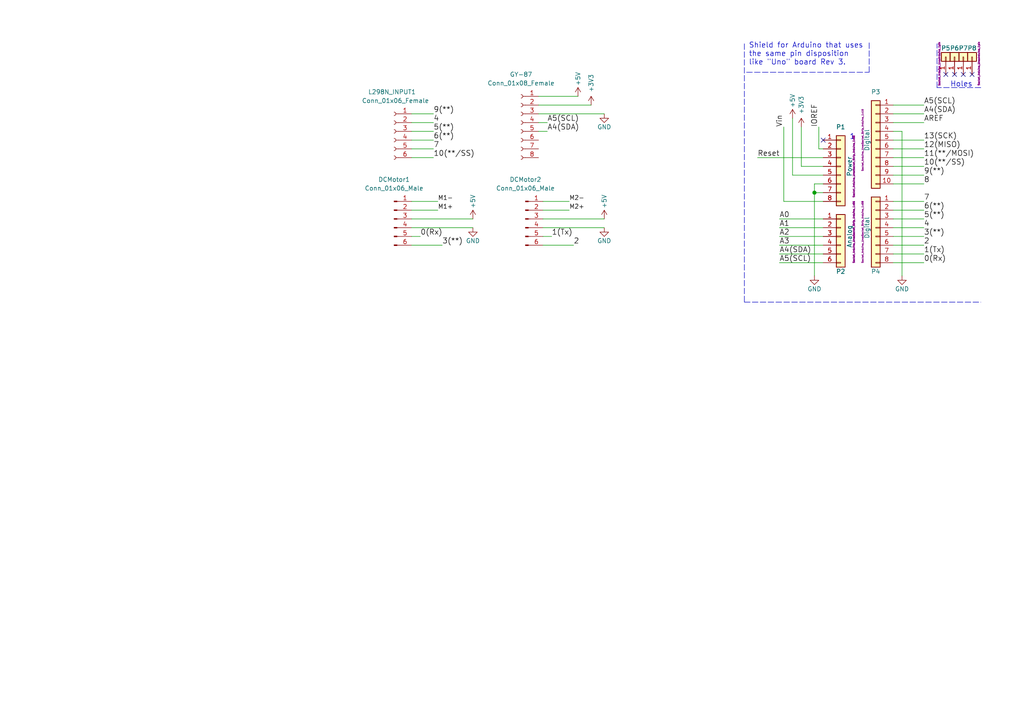
<source format=kicad_sch>
(kicad_sch (version 20211123) (generator eeschema)
  (paper "A4")
  (title_block (date "lun. 30 mars 2015"))
  (lib_symbols
    (symbol "Connector:Conn_01x06_Female" (pin_names (offset 1.016) hide)
      (property "Reference" "J" (at 0 7.62 0))
      (property "Value" "Conn_01x06_Female" (at 0 -10.16 0))
      (symbol "Conn_01x06_Female_1_1"
        (arc (start 0 -7.112) (mid -0.508 -7.62) (end 0 -8.128) (stroke (width 0.1524)))
        (arc (start 0 -4.572) (mid -0.508 -5.08) (end 0 -5.588) (stroke (width 0.1524)))
        (arc (start 0 -2.032) (mid -0.508 -2.54) (end 0 -3.048) (stroke (width 0.1524)))
        (polyline (pts (xy -1.27 -7.62) (xy -0.508 -7.62)) (stroke (width 0.1524)))
        (polyline (pts (xy -1.27 -5.08) (xy -0.508 -5.08)) (stroke (width 0.1524)))
        (polyline (pts (xy -1.27 -2.54) (xy -0.508 -2.54)) (stroke (width 0.1524)))
        (polyline (pts (xy -1.27 0) (xy -0.508 0)) (stroke (width 0.1524)))
        (polyline (pts (xy -1.27 2.54) (xy -0.508 2.54)) (stroke (width 0.1524)))
        (polyline (pts (xy -1.27 5.08) (xy -0.508 5.08)) (stroke (width 0.1524)))
        (arc (start 0 0.508) (mid -0.508 0) (end 0 -0.508) (stroke (width 0.1524)))
        (arc (start 0 3.048) (mid -0.508 2.54) (end 0 2.032) (stroke (width 0.1524)))
        (arc (start 0 5.588) (mid -0.508 5.08) (end 0 4.572) (stroke (width 0.1524)))
        (pin passive line (at -5.08 5.08 0) (length 3.81) (name "Pin_1") (number "1"))
        (pin passive line (at -5.08 2.54 0) (length 3.81) (name "Pin_2") (number "2"))
        (pin passive line (at -5.08 0 0) (length 3.81) (name "Pin_3") (number "3"))
        (pin passive line (at -5.08 -2.54 0) (length 3.81) (name "Pin_4") (number "4"))
        (pin passive line (at -5.08 -5.08 0) (length 3.81) (name "Pin_5") (number "5"))
        (pin passive line (at -5.08 -7.62 0) (length 3.81) (name "Pin_6") (number "6"))
      )
    )
    (symbol "Connector:Conn_01x06_Male" (pin_names (offset 1.016) hide)
      (property "Reference" "J" (at 0 7.62 0))
      (property "Value" "Conn_01x06_Male" (at 0 -10.16 0))
      (symbol "Conn_01x06_Male_1_1"
        (polyline (pts (xy 1.27 -7.62) (xy 0.8636 -7.62)) (stroke (width 0.1524)))
        (polyline (pts (xy 1.27 -5.08) (xy 0.8636 -5.08)) (stroke (width 0.1524)))
        (polyline (pts (xy 1.27 -2.54) (xy 0.8636 -2.54)) (stroke (width 0.1524)))
        (polyline (pts (xy 1.27 0) (xy 0.8636 0)) (stroke (width 0.1524)))
        (polyline (pts (xy 1.27 2.54) (xy 0.8636 2.54)) (stroke (width 0.1524)))
        (polyline (pts (xy 1.27 5.08) (xy 0.8636 5.08)) (stroke (width 0.1524)))
        (rectangle (start 0.8636 -7.493) (end 0 -7.747) (stroke (width 0.1524)) (fill (type outline)))
        (rectangle (start 0.8636 -4.953) (end 0 -5.207) (stroke (width 0.1524)) (fill (type outline)))
        (rectangle (start 0.8636 -2.413) (end 0 -2.667) (stroke (width 0.1524)) (fill (type outline)))
        (rectangle (start 0.8636 0.127) (end 0 -0.127) (stroke (width 0.1524)) (fill (type outline)))
        (rectangle (start 0.8636 2.667) (end 0 2.413) (stroke (width 0.1524)) (fill (type outline)))
        (rectangle (start 0.8636 5.207) (end 0 4.953) (stroke (width 0.1524)) (fill (type outline)))
        (pin passive line (at 5.08 5.08 180) (length 3.81) (name "Pin_1") (number "1"))
        (pin passive line (at 5.08 2.54 180) (length 3.81) (name "Pin_2") (number "2"))
        (pin passive line (at 5.08 0 180) (length 3.81) (name "Pin_3") (number "3"))
        (pin passive line (at 5.08 -2.54 180) (length 3.81) (name "Pin_4") (number "4"))
        (pin passive line (at 5.08 -5.08 180) (length 3.81) (name "Pin_5") (number "5"))
        (pin passive line (at 5.08 -7.62 180) (length 3.81) (name "Pin_6") (number "6"))
      )
    )
    (symbol "Connector:Conn_01x08_Female" (pin_names (offset 1.016) hide)
      (property "Reference" "J" (at 0 10.16 0))
      (property "Value" "Conn_01x08_Female" (at 0 -12.7 0))
      (symbol "Conn_01x08_Female_1_1"
        (arc (start 0 -9.652) (mid -0.508 -10.16) (end 0 -10.668) (stroke (width 0.1524)))
        (arc (start 0 -7.112) (mid -0.508 -7.62) (end 0 -8.128) (stroke (width 0.1524)))
        (arc (start 0 -4.572) (mid -0.508 -5.08) (end 0 -5.588) (stroke (width 0.1524)))
        (arc (start 0 -2.032) (mid -0.508 -2.54) (end 0 -3.048) (stroke (width 0.1524)))
        (polyline (pts (xy -1.27 -10.16) (xy -0.508 -10.16)) (stroke (width 0.1524)))
        (polyline (pts (xy -1.27 -7.62) (xy -0.508 -7.62)) (stroke (width 0.1524)))
        (polyline (pts (xy -1.27 -5.08) (xy -0.508 -5.08)) (stroke (width 0.1524)))
        (polyline (pts (xy -1.27 -2.54) (xy -0.508 -2.54)) (stroke (width 0.1524)))
        (polyline (pts (xy -1.27 0) (xy -0.508 0)) (stroke (width 0.1524)))
        (polyline (pts (xy -1.27 2.54) (xy -0.508 2.54)) (stroke (width 0.1524)))
        (polyline (pts (xy -1.27 5.08) (xy -0.508 5.08)) (stroke (width 0.1524)))
        (polyline (pts (xy -1.27 7.62) (xy -0.508 7.62)) (stroke (width 0.1524)))
        (arc (start 0 0.508) (mid -0.508 0) (end 0 -0.508) (stroke (width 0.1524)))
        (arc (start 0 3.048) (mid -0.508 2.54) (end 0 2.032) (stroke (width 0.1524)))
        (arc (start 0 5.588) (mid -0.508 5.08) (end 0 4.572) (stroke (width 0.1524)))
        (arc (start 0 8.128) (mid -0.508 7.62) (end 0 7.112) (stroke (width 0.1524)))
        (pin passive line (at -5.08 7.62 0) (length 3.81) (name "Pin_1") (number "1"))
        (pin passive line (at -5.08 5.08 0) (length 3.81) (name "Pin_2") (number "2"))
        (pin passive line (at -5.08 2.54 0) (length 3.81) (name "Pin_3") (number "3"))
        (pin passive line (at -5.08 0 0) (length 3.81) (name "Pin_4") (number "4"))
        (pin passive line (at -5.08 -2.54 0) (length 3.81) (name "Pin_5") (number "5"))
        (pin passive line (at -5.08 -5.08 0) (length 3.81) (name "Pin_6") (number "6"))
        (pin passive line (at -5.08 -7.62 0) (length 3.81) (name "Pin_7") (number "7"))
        (pin passive line (at -5.08 -10.16 0) (length 3.81) (name "Pin_8") (number "8"))
      )
    )
    (symbol "Connector_Generic:Conn_01x01" (pin_names (offset 1.016) hide)
      (property "Reference" "J" (at 0 2.54 0))
      (property "Value" "Conn_01x01" (at 0 -2.54 0))
      (symbol "Conn_01x01_1_1"
        (rectangle (start -1.27 0.127) (end 0 -0.127) (stroke (width 0.1524)))
        (rectangle (start -1.27 1.27) (end 1.27 -1.27) (stroke (width 0.254)) (fill (type background)))
        (pin passive line (at -5.08 0 0) (length 3.81) (name "Pin_1") (number "1"))
      )
    )
    (symbol "Connector_Generic:Conn_01x06" (pin_names (offset 1.016) hide)
      (property "Reference" "J" (at 0 7.62 0))
      (property "Value" "Conn_01x06" (at 0 -10.16 0))
      (symbol "Conn_01x06_1_1"
        (rectangle (start -1.27 -7.493) (end 0 -7.747) (stroke (width 0.1524)))
        (rectangle (start -1.27 -4.953) (end 0 -5.207) (stroke (width 0.1524)))
        (rectangle (start -1.27 -2.413) (end 0 -2.667) (stroke (width 0.1524)))
        (rectangle (start -1.27 0.127) (end 0 -0.127) (stroke (width 0.1524)))
        (rectangle (start -1.27 2.667) (end 0 2.413) (stroke (width 0.1524)))
        (rectangle (start -1.27 5.207) (end 0 4.953) (stroke (width 0.1524)))
        (rectangle (start -1.27 6.35) (end 1.27 -8.89) (stroke (width 0.254)) (fill (type background)))
        (pin passive line (at -5.08 5.08 0) (length 3.81) (name "Pin_1") (number "1"))
        (pin passive line (at -5.08 2.54 0) (length 3.81) (name "Pin_2") (number "2"))
        (pin passive line (at -5.08 0 0) (length 3.81) (name "Pin_3") (number "3"))
        (pin passive line (at -5.08 -2.54 0) (length 3.81) (name "Pin_4") (number "4"))
        (pin passive line (at -5.08 -5.08 0) (length 3.81) (name "Pin_5") (number "5"))
        (pin passive line (at -5.08 -7.62 0) (length 3.81) (name "Pin_6") (number "6"))
      )
    )
    (symbol "Connector_Generic:Conn_01x08" (pin_names (offset 1.016) hide)
      (property "Reference" "J" (at 0 10.16 0))
      (property "Value" "Conn_01x08" (at 0 -12.7 0))
      (symbol "Conn_01x08_1_1"
        (rectangle (start -1.27 -10.033) (end 0 -10.287) (stroke (width 0.1524)))
        (rectangle (start -1.27 -7.493) (end 0 -7.747) (stroke (width 0.1524)))
        (rectangle (start -1.27 -4.953) (end 0 -5.207) (stroke (width 0.1524)))
        (rectangle (start -1.27 -2.413) (end 0 -2.667) (stroke (width 0.1524)))
        (rectangle (start -1.27 0.127) (end 0 -0.127) (stroke (width 0.1524)))
        (rectangle (start -1.27 2.667) (end 0 2.413) (stroke (width 0.1524)))
        (rectangle (start -1.27 5.207) (end 0 4.953) (stroke (width 0.1524)))
        (rectangle (start -1.27 7.747) (end 0 7.493) (stroke (width 0.1524)))
        (rectangle (start -1.27 8.89) (end 1.27 -11.43) (stroke (width 0.254)) (fill (type background)))
        (pin passive line (at -5.08 7.62 0) (length 3.81) (name "Pin_1") (number "1"))
        (pin passive line (at -5.08 5.08 0) (length 3.81) (name "Pin_2") (number "2"))
        (pin passive line (at -5.08 2.54 0) (length 3.81) (name "Pin_3") (number "3"))
        (pin passive line (at -5.08 0 0) (length 3.81) (name "Pin_4") (number "4"))
        (pin passive line (at -5.08 -2.54 0) (length 3.81) (name "Pin_5") (number "5"))
        (pin passive line (at -5.08 -5.08 0) (length 3.81) (name "Pin_6") (number "6"))
        (pin passive line (at -5.08 -7.62 0) (length 3.81) (name "Pin_7") (number "7"))
        (pin passive line (at -5.08 -10.16 0) (length 3.81) (name "Pin_8") (number "8"))
      )
    )
    (symbol "Connector_Generic:Conn_01x10" (pin_names (offset 1.016) hide)
      (property "Reference" "J" (at 0 12.7 0))
      (property "Value" "Conn_01x10" (at 0 -15.24 0))
      (symbol "Conn_01x10_1_1"
        (rectangle (start -1.27 -12.573) (end 0 -12.827) (stroke (width 0.1524)))
        (rectangle (start -1.27 -10.033) (end 0 -10.287) (stroke (width 0.1524)))
        (rectangle (start -1.27 -7.493) (end 0 -7.747) (stroke (width 0.1524)))
        (rectangle (start -1.27 -4.953) (end 0 -5.207) (stroke (width 0.1524)))
        (rectangle (start -1.27 -2.413) (end 0 -2.667) (stroke (width 0.1524)))
        (rectangle (start -1.27 0.127) (end 0 -0.127) (stroke (width 0.1524)))
        (rectangle (start -1.27 2.667) (end 0 2.413) (stroke (width 0.1524)))
        (rectangle (start -1.27 5.207) (end 0 4.953) (stroke (width 0.1524)))
        (rectangle (start -1.27 7.747) (end 0 7.493) (stroke (width 0.1524)))
        (rectangle (start -1.27 10.287) (end 0 10.033) (stroke (width 0.1524)))
        (rectangle (start -1.27 11.43) (end 1.27 -13.97) (stroke (width 0.254)) (fill (type background)))
        (pin passive line (at -5.08 10.16 0) (length 3.81) (name "Pin_1") (number "1"))
        (pin passive line (at -5.08 -12.7 0) (length 3.81) (name "Pin_10") (number "10"))
        (pin passive line (at -5.08 7.62 0) (length 3.81) (name "Pin_2") (number "2"))
        (pin passive line (at -5.08 5.08 0) (length 3.81) (name "Pin_3") (number "3"))
        (pin passive line (at -5.08 2.54 0) (length 3.81) (name "Pin_4") (number "4"))
        (pin passive line (at -5.08 0 0) (length 3.81) (name "Pin_5") (number "5"))
        (pin passive line (at -5.08 -2.54 0) (length 3.81) (name "Pin_6") (number "6"))
        (pin passive line (at -5.08 -5.08 0) (length 3.81) (name "Pin_7") (number "7"))
        (pin passive line (at -5.08 -7.62 0) (length 3.81) (name "Pin_8") (number "8"))
        (pin passive line (at -5.08 -10.16 0) (length 3.81) (name "Pin_9") (number "9"))
      )
    )
    (symbol "power:+3.3V" (power) (pin_names (offset 0))
      (property "Value" "+3.3V" (at 0 3.556 0))
      (symbol "+3.3V_0_1"
        (polyline (pts (xy -0.762 1.27) (xy 0 2.54)))
        (polyline (pts (xy 0 0) (xy 0 2.54)))
        (polyline (pts (xy 0 2.54) (xy 0.762 1.27)))
      )
      (symbol "+3.3V_1_1"
        (pin power_in line (at 0 0 90) (length 0) hide (name "+3V3") (number "1"))
      )
    )
    (symbol "power:+5V" (power) (pin_names (offset 0))
      (property "Value" "+5V" (at 0 3.556 0))
      (symbol "+5V_0_1"
        (polyline (pts (xy -0.762 1.27) (xy 0 2.54)))
        (polyline (pts (xy 0 0) (xy 0 2.54)))
        (polyline (pts (xy 0 2.54) (xy 0.762 1.27)))
      )
      (symbol "+5V_1_1"
        (pin power_in line (at 0 0 90) (length 0) hide (name "+5V") (number "1"))
      )
    )
    (symbol "power:GND" (power) (pin_names (offset 0))
      (property "Value" "GND" (at 0 -3.81 0))
      (symbol "GND_0_1"
        (polyline (pts (xy 0 0) (xy 0 -1.27) (xy 1.27 -1.27) (xy 0 -2.54) (xy -1.27 -1.27) (xy 0 -1.27)))
      )
      (symbol "GND_1_1"
        (pin power_in line (at 0 0 270) (length 0) hide (name "GND") (number "1"))
      )
    )
  )
  (junction (at 236.22 55.88) (diameter 1.016))
  (no_connect (at 279.4 21.59))
  (no_connect (at 274.32 21.59))
  (no_connect (at 276.86 21.59))
  (no_connect (at 281.94 21.59))
  (no_connect (at 238.76 40.64))
  (wire (pts (xy 238.76 48.26) (xy 232.41 48.26)))
  (wire (pts (xy 238.76 71.12) (xy 226.06 71.12)))
  (wire (pts (xy 157.48 58.42) (xy 165.1 58.42)))
  (polyline (pts (xy 252.095 20.955) (xy 252.095 12.065)) (stroke (width 0) (type dash)))
  (wire (pts (xy 259.08 63.5) (xy 267.97 63.5)))
  (wire (pts (xy 119.38 68.58) (xy 121.92 68.58)))
  (wire (pts (xy 119.38 60.96) (xy 127 60.96)))
  (wire (pts (xy 119.38 71.12) (xy 128.27 71.12)))
  (wire (pts (xy 236.22 53.34) (xy 236.22 55.88)))
  (wire (pts (xy 259.08 43.18) (xy 267.97 43.18)))
  (wire (pts (xy 261.62 38.1) (xy 261.62 80.01)))
  (wire (pts (xy 238.76 53.34) (xy 236.22 53.34)))
  (wire (pts (xy 157.48 63.5) (xy 175.26 63.5)))
  (wire (pts (xy 259.08 53.34) (xy 267.97 53.34)))
  (wire (pts (xy 237.49 43.18) (xy 238.76 43.18)))
  (wire (pts (xy 238.76 50.8) (xy 229.87 50.8)))
  (wire (pts (xy 119.38 63.5) (xy 137.16 63.5)))
  (wire (pts (xy 157.48 71.12) (xy 166.37 71.12)))
  (wire (pts (xy 259.08 40.64) (xy 267.97 40.64)))
  (wire (pts (xy 119.38 58.42) (xy 127 58.42)))
  (wire (pts (xy 156.21 33.02) (xy 175.26 33.02)))
  (wire (pts (xy 259.08 58.42) (xy 267.97 58.42)))
  (wire (pts (xy 238.76 66.04) (xy 226.06 66.04)))
  (wire (pts (xy 156.21 35.56) (xy 158.75 35.56)))
  (wire (pts (xy 156.21 30.48) (xy 171.45 30.48)))
  (wire (pts (xy 259.08 30.48) (xy 267.97 30.48)))
  (wire (pts (xy 259.08 71.12) (xy 267.97 71.12)))
  (wire (pts (xy 157.48 68.58) (xy 160.02 68.58)))
  (wire (pts (xy 238.76 58.42) (xy 227.33 58.42)))
  (wire (pts (xy 157.48 66.04) (xy 175.26 66.04)))
  (wire (pts (xy 238.76 63.5) (xy 226.06 63.5)))
  (wire (pts (xy 259.08 45.72) (xy 267.97 45.72)))
  (wire (pts (xy 238.76 73.66) (xy 226.06 73.66)))
  (polyline (pts (xy 284.48 25.4) (xy 271.78 25.4)) (stroke (width 0) (type dash)))
  (wire (pts (xy 156.21 38.1) (xy 158.75 38.1)))
  (wire (pts (xy 238.76 45.72) (xy 219.71 45.72)))
  (wire (pts (xy 259.08 38.1) (xy 261.62 38.1)))
  (wire (pts (xy 238.76 55.88) (xy 236.22 55.88)))
  (wire (pts (xy 259.08 50.8) (xy 267.97 50.8)))
  (wire (pts (xy 119.38 33.02) (xy 125.73 33.02)))
  (wire (pts (xy 156.21 27.94) (xy 167.64 27.94)))
  (wire (pts (xy 157.48 60.96) (xy 165.1 60.96)))
  (wire (pts (xy 119.38 45.72) (xy 125.73 45.72)))
  (wire (pts (xy 236.22 55.88) (xy 236.22 80.01)))
  (wire (pts (xy 227.33 58.42) (xy 227.33 36.83)))
  (wire (pts (xy 119.38 38.1) (xy 125.73 38.1)))
  (polyline (pts (xy 215.9 87.63) (xy 284.48 87.63)) (stroke (width 0) (type dash)))
  (wire (pts (xy 119.38 43.18) (xy 125.73 43.18)))
  (wire (pts (xy 259.08 68.58) (xy 267.97 68.58)))
  (wire (pts (xy 238.76 76.2) (xy 226.06 76.2)))
  (wire (pts (xy 259.08 73.66) (xy 267.97 73.66)))
  (polyline (pts (xy 271.78 25.4) (xy 271.78 12.7)) (stroke (width 0) (type dash)))
  (wire (pts (xy 259.08 60.96) (xy 267.97 60.96)))
  (wire (pts (xy 229.87 50.8) (xy 229.87 34.29)))
  (wire (pts (xy 119.38 66.04) (xy 137.16 66.04)))
  (wire (pts (xy 259.08 33.02) (xy 267.97 33.02)))
  (wire (pts (xy 259.08 66.04) (xy 267.97 66.04)))
  (wire (pts (xy 259.08 35.56) (xy 267.97 35.56)))
  (wire (pts (xy 119.38 40.64) (xy 125.73 40.64)))
  (polyline (pts (xy 215.9 12.7) (xy 215.9 87.63)) (stroke (width 0) (type dash)))
  (wire (pts (xy 232.41 48.26) (xy 232.41 36.83)))
  (wire (pts (xy 237.49 36.83) (xy 237.49 43.18)))
  (wire (pts (xy 259.08 76.2) (xy 267.97 76.2)))
  (wire (pts (xy 259.08 48.26) (xy 267.97 48.26)))
  (wire (pts (xy 119.38 35.56) (xy 125.73 35.56)))
  (wire (pts (xy 238.76 68.58) (xy 226.06 68.58)))
  (polyline (pts (xy 216.535 20.955) (xy 252.095 20.955)) (stroke (width 0) (type dash)))
  (text "Holes" (at 275.59 25.4 0) (effects (font (size 1.524 1.524)) (justify left bottom)))
  (text "Shield for Arduino that uses\nthe same pin disposition\nlike \"Uno\" board Rev 3." (at 217.17 19.05 0) (effects (font (size 1.524 1.524)) (justify left bottom)))
  (text "1" (at 246.38 40.64 0) (effects (font (size 1.524 1.524)) (justify left bottom)))
  (label "2" (at 166.37 71.12 0) (effects (font (size 1.524 1.524))))
  (label "Vin" (at 227.33 36.83 90) (effects (font (size 1.524 1.524))))
  (label "10(**/SS)" (at 125.73 45.72 0) (effects (font (size 1.524 1.524))))
  (label "0(Rx)" (at 267.97 76.2 0) (effects (font (size 1.524 1.524))))
  (label "A4(SDA)" (at 226.06 73.66 0) (effects (font (size 1.524 1.524))))
  (label "M2+" (at 165.1 60.96 0))
  (label "4" (at 267.97 66.04 0) (effects (font (size 1.524 1.524))))
  (label "5(**)" (at 267.97 63.5 0) (effects (font (size 1.524 1.524))))
  (label "A2" (at 226.06 68.58 0) (effects (font (size 1.524 1.524))))
  (label "A5(SCL)" (at 226.06 76.2 0) (effects (font (size 1.524 1.524))))
  (label "A0" (at 226.06 63.5 0) (effects (font (size 1.524 1.524))))
  (label "A1" (at 226.06 66.04 0) (effects (font (size 1.524 1.524))))
  (label "10(**/SS)" (at 267.97 48.26 0) (effects (font (size 1.524 1.524))))
  (label "13(SCK)" (at 267.97 40.64 0) (effects (font (size 1.524 1.524))))
  (label "0(Rx)" (at 121.92 68.58 0) (effects (font (size 1.524 1.524))))
  (label "M1-" (at 127 58.42 0))
  (label "7" (at 267.97 58.42 0) (effects (font (size 1.524 1.524))))
  (label "A4(SDA)" (at 267.97 33.02 0) (effects (font (size 1.524 1.524))))
  (label "A3" (at 226.06 71.12 0) (effects (font (size 1.524 1.524))))
  (label "A5(SCL)" (at 158.75 35.56 0) (effects (font (size 1.524 1.524))))
  (label "Reset" (at 219.71 45.72 0) (effects (font (size 1.524 1.524))))
  (label "2" (at 267.97 71.12 0) (effects (font (size 1.524 1.524))))
  (label "12(MISO)" (at 267.97 43.18 0) (effects (font (size 1.524 1.524))))
  (label "4" (at 125.73 35.56 0) (effects (font (size 1.524 1.524))))
  (label "3(**)" (at 267.97 68.58 0) (effects (font (size 1.524 1.524))))
  (label "M1+" (at 127 60.96 0))
  (label "7" (at 125.73 43.18 0) (effects (font (size 1.524 1.524))))
  (label "9(**)" (at 267.97 50.8 0) (effects (font (size 1.524 1.524))))
  (label "5(**)" (at 125.73 38.1 0) (effects (font (size 1.524 1.524))))
  (label "9(**)" (at 125.73 33.02 0) (effects (font (size 1.524 1.524))))
  (label "8" (at 267.97 53.34 0) (effects (font (size 1.524 1.524))))
  (label "1(Tx)" (at 160.02 68.58 0) (effects (font (size 1.524 1.524))))
  (label "3(**)" (at 128.27 71.12 0) (effects (font (size 1.524 1.524))))
  (label "A5(SCL)" (at 267.97 30.48 0) (effects (font (size 1.524 1.524))))
  (label "6(**)" (at 125.73 40.64 0) (effects (font (size 1.524 1.524))))
  (label "A4(SDA)" (at 158.75 38.1 0) (effects (font (size 1.524 1.524))))
  (label "IOREF" (at 237.49 36.83 90) (effects (font (size 1.524 1.524))))
  (label "AREF" (at 267.97 35.56 0) (effects (font (size 1.524 1.524))))
  (label "M2-" (at 165.1 58.42 0))
  (label "11(**/MOSI)" (at 267.97 45.72 0) (effects (font (size 1.524 1.524))))
  (label "1(Tx)" (at 267.97 73.66 0) (effects (font (size 1.524 1.524))))
  (label "6(**)" (at 267.97 60.96 0) (effects (font (size 1.524 1.524))))
  (symbol (lib_id "Connector_Generic:Conn_01x08") (at 243.84 48.26 0) (unit 1)
    (property "Reference" "P1" (at 243.84 36.83 0))
    (property "Value" "Power" (at 246.38 48.26 90))
    (property "Footprint" "Socket_Arduino_Uno:Socket_Strip_Arduino_1x08" (at 247.65 48.26 90) (effects (font (size 0.508 0.508))))
  )
  (symbol (lib_id "power:+3.3V") (at 232.41 36.83 0) (unit 1)
    (property "Reference" "#PWR01" (effects hide))
    (property "Value" "+3.3V" (at 232.41 30.48 90))
  )
  (symbol (lib_id "power:+5V") (at 229.87 34.29 0) (unit 1)
    (property "Reference" "#PWR02" (effects hide))
    (property "Value" "+5V" (at 229.87 29.21 90))
  )
  (symbol (lib_id "power:GND") (at 236.22 80.01 0) (unit 1)
    (property "Reference" "#PWR03" (effects hide))
    (property "Value" "GND" (at 236.22 83.82 0))
  )
  (symbol (lib_id "power:GND") (at 261.62 80.01 0) (unit 1)
    (property "Reference" "#PWR04" (effects hide))
    (property "Value" "GND" (at 261.62 83.82 0))
  )
  (symbol (lib_id "Connector_Generic:Conn_01x06") (at 243.84 68.58 0) (unit 1)
    (property "Reference" "P2" (at 243.84 78.74 0))
    (property "Value" "Analog" (at 246.38 68.58 90))
    (property "Footprint" "Socket_Arduino_Uno:Socket_Strip_Arduino_1x06" (at 247.65 67.31 90) (effects (font (size 0.508 0.508))))
  )
  (symbol (lib_id "Connector_Generic:Conn_01x01") (at 274.32 16.51 90) (unit 1)
    (property "Reference" "P5" (at 274.32 13.97 90))
    (property "Value" "CONN_01X01" (effects hide))
    (property "Footprint" "Socket_Arduino_Uno:Arduino_1pin" (at 272.4404 18.5166 0) (effects (font (size 0.508 0.508))))
  )
  (symbol (lib_id "Connector_Generic:Conn_01x01") (at 276.86 16.51 90) (unit 1)
    (property "Reference" "P6" (at 276.86 13.97 90))
    (property "Value" "CONN_01X01" (effects hide))
    (property "Footprint" "Socket_Arduino_Uno:Arduino_1pin" (effects hide))
  )
  (symbol (lib_id "Connector_Generic:Conn_01x01") (at 279.4 16.51 90) (unit 1)
    (property "Reference" "P7" (at 279.4 13.97 90))
    (property "Value" "CONN_01X01" (effects hide))
    (property "Footprint" "Socket_Arduino_Uno:Arduino_1pin" (effects hide))
  )
  (symbol (lib_id "Connector_Generic:Conn_01x01") (at 281.94 16.51 90) (unit 1)
    (property "Reference" "P8" (at 281.94 13.97 90))
    (property "Value" "CONN_01X01" (effects hide))
    (property "Footprint" "Socket_Arduino_Uno:Arduino_1pin" (at 283.9212 18.4404 0) (effects (font (size 0.508 0.508))))
  )
  (symbol (lib_id "Connector_Generic:Conn_01x08") (at 254 66.04 0) (mirror y) (unit 1)
    (property "Reference" "P4" (at 254 78.74 0))
    (property "Value" "Digital" (at 251.46 66.04 90))
    (property "Footprint" "Socket_Arduino_Uno:Socket_Strip_Arduino_1x08" (at 250.19 67.31 90) (effects (font (size 0.508 0.508))))
  )
  (symbol (lib_id "Connector_Generic:Conn_01x10") (at 254 40.64 0) (mirror y) (unit 1)
    (property "Reference" "P3" (at 254 26.67 0))
    (property "Value" "Digital" (at 251.46 40.64 90))
    (property "Footprint" "Socket_Arduino_Uno:Socket_Strip_Arduino_1x10" (at 250.19 40.64 90) (effects (font (size 0.508 0.508))))
  )
  (symbol (lib_id "power:+5V") (at 137.16 63.5 0) (unit 1)
    (property "Reference" "#PWR0106" (effects hide))
    (property "Value" "+5V" (at 137.16 58.42 90))
  )
  (symbol (lib_id "power:+5V") (at 167.64 27.94 0) (unit 1)
    (property "Reference" "#PWR0103" (effects hide))
    (property "Value" "+5V" (at 167.64 22.86 90))
  )
  (symbol (lib_id "power:GND") (at 175.26 33.02 0) (unit 1)
    (property "Reference" "#PWR0105" (effects hide))
    (property "Value" "GND" (at 175.26 36.83 0))
  )
  (symbol (lib_id "Connector:Conn_01x06_Female") (at 114.3 38.1 0) (mirror y) (unit 1)
    (property "Reference" "L298N_INPUT1" (at 120.65 26.67 0) (effects (justify left)))
    (property "Value" "Conn_01x06_Female" (at 124.46 29.21 0) (effects (justify left)))
    (property "Footprint" "Connector_PinSocket_2.54mm:PinSocket_1x06_P2.54mm_Vertical" (effects hide))
  )
  (symbol (lib_id "Connector:Conn_01x06_Male") (at 114.3 63.5 0) (unit 1)
    (property "Reference" "DCMotor1" (at 114.3 52.07 0))
    (property "Value" "Conn_01x06_Male" (at 114.3 54.61 0))
    (property "Footprint" "Connector_PinHeader_2.54mm:PinHeader_1x06_P2.54mm_Vertical" (effects hide))
  )
  (symbol (lib_id "power:GND") (at 137.16 66.04 0) (unit 1)
    (property "Reference" "#PWR0107" (effects hide))
    (property "Value" "GND" (at 137.16 69.85 0))
  )
  (symbol (lib_id "Connector:Conn_01x08_Female") (at 151.13 35.56 0) (mirror y) (unit 1)
    (property "Reference" "GY-87" (at 151.13 21.59 0))
    (property "Value" "Conn_01x08_Female" (at 151.13 24.13 0))
    (property "Footprint" "Connector_PinSocket_2.54mm:PinSocket_1x08_P2.54mm_Vertical" (effects hide))
  )
  (symbol (lib_id "power:+5V") (at 175.26 63.5 0) (unit 1)
    (property "Reference" "#PWR0102" (effects hide))
    (property "Value" "+5V" (at 175.26 58.42 90))
  )
  (symbol (lib_id "Connector:Conn_01x06_Male") (at 152.4 63.5 0) (unit 1)
    (property "Reference" "DCMotor2" (at 152.4 52.07 0))
    (property "Value" "Conn_01x06_Male" (at 152.4 54.61 0))
    (property "Footprint" "Connector_PinHeader_2.54mm:PinHeader_1x06_P2.54mm_Vertical" (effects hide))
  )
  (symbol (lib_id "power:GND") (at 175.26 66.04 0) (unit 1)
    (property "Reference" "#PWR0101" (effects hide))
    (property "Value" "GND" (at 175.26 69.85 0))
  )
  (symbol (lib_id "power:+3.3V") (at 171.45 30.48 0) (unit 1)
    (property "Reference" "#PWR0104" (effects hide))
    (property "Value" "+3.3V" (at 171.45 24.13 90))
  )
)
</source>
